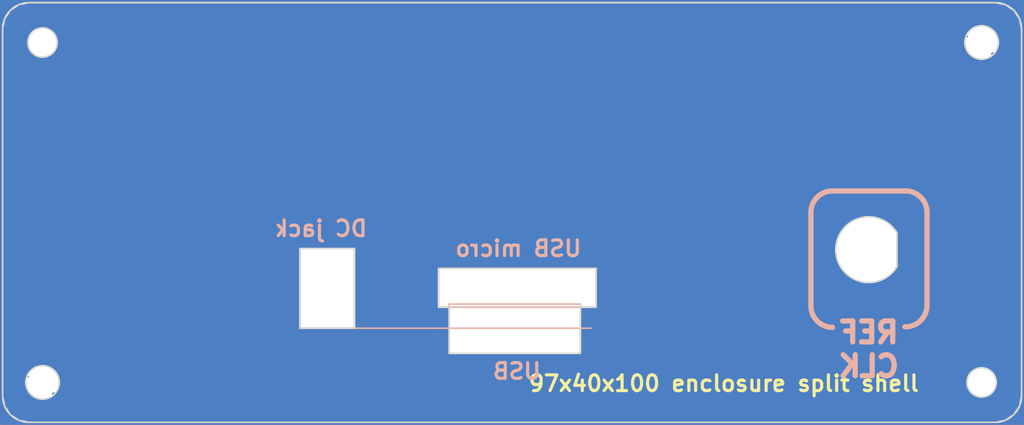
<source format=kicad_pcb>
(kicad_pcb (version 4) (host pcbnew no-bzr-kicad_new3d-viewer)
  (layers (0 F.Cu signal) (31 B.Cu signal) (34 B.Paste user) (35 F.Paste user) (36 B.SilkS user) (37 F.SilkS user) (38 B.Mask user) (39 F.Mask user) (44 Edge.Cuts user))
  (net 0 "")
  (module Ohisja:SMA_front_panel_12.5_antenna (layer B.Cu) (at 163.858348 82.279764 180)
    (fp_text reference REF**)
    (fp_text value 2)
    (fp_arc (start 0 0) (end -2.7 1.6) (angle -299.0257237) (layer Edge.Cuts) (width 0.15))
    (fp_line (start -2.7 1.6) (end -2.7 -1.6) (layer Edge.Cuts) (width 0.15))
  )
  (gr_line (start 114.9119 82.16034) (end 114.9119 89.76034) (layer Edge.Cuts) (width 0.15))
  (gr_line (start 109.7119 82.16034) (end 114.9119 82.16034) (layer Edge.Cuts) (width 0.15))
  (gr_line (start 109.7119 89.76034) (end 109.7119 82.16034) (layer Edge.Cuts) (width 0.15))
  (gr_line (start 114.9119 89.76034) (end 109.7119 89.76034) (layer Edge.Cuts) (width 0.15))
  (gr_line (start 136.4119 87.76034) (end 136.4119 92.16034) (layer Edge.Cuts) (width 0.15))
  (gr_line (start 137.9119 87.76034) (end 136.4119 87.76034) (layer Edge.Cuts) (width 0.15))
  (gr_line (start 137.9119 84.06034) (end 137.9119 87.76034) (layer Edge.Cuts) (width 0.15))
  (gr_line (start 122.9119 84.06034) (end 137.9119 84.06034) (layer Edge.Cuts) (width 0.15))
  (gr_line (start 122.9119 87.76034) (end 122.9119 84.06034) (layer Edge.Cuts) (width 0.15))
  (gr_line (start 123.9119 87.76034) (end 122.9119 87.76034) (layer Edge.Cuts) (width 0.15))
  (gr_line (start 123.9119 92.16034) (end 123.9119 87.76034) (layer Edge.Cuts) (width 0.15))
  (gr_line (start 136.4119 92.16034) (end 123.9119 92.16034) (layer Edge.Cuts) (width 0.15))
  (gr_line (start 114.9119 89.76034) (end 122.9119 89.76034) (layer B.SilkS) (width 0.15))
  (gr_text USB (at 130.3619 93.86034) (layer B.SilkS) (effects (font (size 1.5 1.5) (thickness 0.3)) (justify mirror)))
  (gr_line (start 123.9119 87.46034) (end 136.4119 87.46034) (layer B.SilkS) (width 0.15))
  (gr_line (start 123.9119 92.16034) (end 123.9119 87.46034) (layer B.SilkS) (width 0.15))
  (gr_line (start 136.4119 92.16034) (end 136.4119 87.46034) (layer B.SilkS) (width 0.15))
  (gr_line (start 123.9119 92.16034) (end 136.4119 92.16034) (layer B.SilkS) (width 0.15))
  (gr_line (start 122.9119 89.76034) (end 137.4119 89.76034) (layer B.SilkS) (width 0.15))
  (gr_text "DC jack" (at 111.7119 80.26034) (layer B.SilkS) (effects (font (size 1.5 1.5) (thickness 0.3)) (justify mirror)))
  (gr_line (start 109.7119 89.76034) (end 114.9119 89.76034) (layer B.SilkS) (width 0.15))
  (gr_line (start 109.7119 82.16034) (end 109.7119 89.76034) (layer B.SilkS) (width 0.15))
  (gr_line (start 114.9119 82.16034) (end 109.7119 82.16034) (layer B.SilkS) (width 0.15))
  (gr_line (start 114.9119 89.76034) (end 114.9119 82.16034) (layer B.SilkS) (width 0.15))
  (gr_text "USB micro" (at 130.5119 82.16034) (layer B.SilkS) (effects (font (size 1.5 1.5) (thickness 0.3)) (justify mirror)))
  (gr_line (start 122.9119 87.76034) (end 137.9119 87.76034) (layer B.SilkS) (width 0.15))
  (gr_line (start 122.9119 84.06034) (end 122.9119 87.76034) (layer B.SilkS) (width 0.15))
  (gr_line (start 137.9119 84.06034) (end 122.9119 84.06034) (layer B.SilkS) (width 0.15))
  (gr_line (start 137.9119 87.76034) (end 137.9119 84.06034) (layer B.SilkS) (width 0.15))
  (gr_arc (start 167.358348 78.729764) (end 169.408348 78.779764) (angle -91.39718103) (layer B.SilkS) (width 0.5))
  (gr_line (start 167.358348 76.679764) (end 160.458348 76.679764) (layer B.SilkS) (width 0.5))
  (gr_arc (start 160.408348 78.729764) (end 160.458348 76.679764) (angle -91.39718103) (layer B.SilkS) (width 0.5))
  (gr_text "97x40x100 enclosure split shell" (at 150.058348 95.029764) (layer F.SilkS) (effects (font (size 1.5 1.5) (thickness 0.3))))
  (gr_arc (start 160.408348 87.629154) (end 158.358348 87.579154) (angle -91.39718103) (layer B.SilkS) (width 0.5))
  (gr_line (start 158.358348 87.579764) (end 158.358348 78.729764) (layer B.SilkS) (width 0.5))
  (gr_line (start 169.408348 87.529764) (end 169.408348 78.779764) (layer B.SilkS) (width 0.5))
  (gr_arc (start 167.358348 87.579154) (end 167.308348 89.629154) (angle -91.39718103) (layer B.SilkS) (width 0.5))
  (gr_text "REF\nCLK" (at 163.858348 91.779764) (layer B.SilkS) (effects (font (size 2 2) (thickness 0.5)) (justify mirror)))
  (gr_circle (center 85.208348 94.929764) (end 83.608348 94.929764) (layer Edge.Cuts) (width 0.15))
  (gr_arc (start 83.908348 96.229764) (end 81.408348 96.229764) (angle -90) (layer Edge.Cuts) (width 0.15))
  (gr_circle (center 174.608348 94.929764) (end 174.608348 96.329764) (layer Edge.Cuts) (width 0.15))
  (gr_arc (start 175.908348 96.229764) (end 175.908348 98.729764) (angle -90) (layer Edge.Cuts) (width 0.15))
  (gr_circle (center 174.608348 62.529764) (end 176.208348 62.529764) (layer Edge.Cuts) (width 0.15))
  (gr_arc (start 175.908348 61.229764) (end 178.408348 61.229764) (angle -90) (layer Edge.Cuts) (width 0.15))
  (gr_arc (start 83.908348 61.229764) (end 83.908348 58.729764) (angle -90) (layer Edge.Cuts) (width 0.15))
  (gr_circle (center 85.208348 62.529764) (end 85.208348 61.129764) (layer Edge.Cuts) (width 0.15))
  (gr_line (start 81.408348 61.229764) (end 81.408348 96.229764) (layer Edge.Cuts) (width 0.15))
  (gr_line (start 178.408348 96.229764) (end 178.408348 61.229764) (layer Edge.Cuts) (width 0.15))
  (gr_line (start 175.908348 98.729764) (end 83.908348 98.729764) (layer Edge.Cuts) (width 0.15))
  (gr_line (start 175.908348 58.729764) (end 83.908348 58.729764) (layer Edge.Cuts) (width 0.15))
  (zone (net 0) (net_name "") (layer B.Cu) (connect_pads yes (clearance 0)) (min_thickness 0.1) (fill yes (mode segment) (arc_segments 16) (thermal_gap 0.508) (thermal_bridge_width 0.508))
    (polygon (pts (xy 178.658348 58.479764) (xy 81.158348 58.479764) (xy 81.158348 98.979764) (xy 178.658348 98.979764)))
  )
  (zone (net 0) (net_name "") (layer F.Cu) (connect_pads (clearance 0)) (min_thickness 0.1) (fill yes (arc_segments 16) (thermal_gap 0.508) (thermal_bridge_width 0.508))
    (polygon (pts (xy 178.658348 98.979764) (xy 81.158348 98.979764) (xy 81.158348 58.479764) (xy 178.658348 58.479764)))
  )
  (zone (net 0) (net_name "") (layer B.Cu) (connect_pads (clearance 0)) (min_thickness 0.254)
    (keepout (tracks allowed) (vias allowed) (copperpour not_allowed))
    (fill (arc_segments 16) (thermal_gap 0.508) (thermal_bridge_width 0.508))
    (polygon (pts (xy 166.558348 80.729764) (xy 166.558348 83.879764) (xy 166.108348 84.479764) (xy 165.508348 84.979764) (xy 164.658348 85.329764) (xy 163.608348 85.429764) (xy 162.658348 85.229764) (xy 161.808348 84.679764) (xy 161.258348 84.079764) (xy 160.858348 83.279764) (xy 160.708348 82.379764) (xy 160.808348 81.379764) (xy 161.308348 80.429764) (xy 162.158348 79.629764) (xy 163.308348 79.179764) (xy 164.508348 79.179764) (xy 165.458348 79.529764) (xy 166.158348 80.179764)))
  )
  (zone (net 0) (net_name "") (layer F.Cu) (connect_pads (clearance 0)) (min_thickness 0.254)
    (keepout (tracks allowed) (vias allowed) (copperpour not_allowed))
    (fill (arc_segments 16) (thermal_gap 0.508) (thermal_bridge_width 0.508))
    (polygon (pts (xy 166.558348 80.729764) (xy 166.558348 83.879764) (xy 166.108348 84.479764) (xy 165.508348 84.979764) (xy 164.658348 85.329764) (xy 163.608348 85.429764) (xy 162.658348 85.229764) (xy 161.808348 84.679764) (xy 161.258348 84.079764) (xy 160.858348 83.279764) (xy 160.708348 82.379764) (xy 160.808348 81.379764) (xy 161.308348 80.429764) (xy 162.158348 79.629764) (xy 163.308348 79.179764) (xy 164.508348 79.179764) (xy 165.458348 79.529764) (xy 166.158348 80.179764)))
  )
  (zone (net 0) (net_name "") (layer B.Cu) (connect_pads (clearance 0)) (min_thickness 0.254)
    (keepout (tracks allowed) (vias allowed) (copperpour not_allowed))
    (fill (arc_segments 16) (thermal_gap 0.508) (thermal_bridge_width 0.508))
    (polygon (pts (xy 176.058348 62.479764) (xy 175.958348 63.029764) (xy 175.658348 63.479764) (xy 175.258348 63.829764) (xy 174.608348 63.979764) (xy 173.958348 63.829764) (xy 173.558348 63.579764) (xy 173.258348 63.029764) (xy 173.158348 62.479764) (xy 173.308348 61.929764) (xy 173.558348 61.479764) (xy 174.108348 61.179764) (xy 174.608348 61.079764) (xy 175.158348 61.179764) (xy 175.608348 61.479764) (xy 175.958348 61.929764)))
  )
  (zone (net 0) (net_name "") (layer B.Cu) (connect_pads (clearance 0)) (min_thickness 0.254)
    (keepout (tracks allowed) (vias allowed) (copperpour not_allowed))
    (fill (arc_segments 16) (thermal_gap 0.508) (thermal_bridge_width 0.508))
    (polygon (pts (xy 176.058348 94.879764) (xy 175.958348 95.429764) (xy 175.658348 95.879764) (xy 175.258348 96.229764) (xy 174.608348 96.379764) (xy 173.958348 96.229764) (xy 173.558348 95.979764) (xy 173.258348 95.429764) (xy 173.158348 94.879764) (xy 173.308348 94.329764) (xy 173.558348 93.879764) (xy 174.108348 93.579764) (xy 174.608348 93.479764) (xy 175.158348 93.579764) (xy 175.608348 93.879764) (xy 175.958348 94.329764)))
  )
  (zone (net 0) (net_name "") (layer B.Cu) (connect_pads (clearance 0)) (min_thickness 0.254)
    (keepout (tracks allowed) (vias allowed) (copperpour not_allowed))
    (fill (arc_segments 16) (thermal_gap 0.508) (thermal_bridge_width 0.508))
    (polygon (pts (xy 86.658348 94.879764) (xy 86.558348 95.429764) (xy 86.258348 95.879764) (xy 85.858348 96.229764) (xy 85.208348 96.379764) (xy 84.558348 96.229764) (xy 84.158348 95.979764) (xy 83.858348 95.429764) (xy 83.758348 94.879764) (xy 83.908348 94.329764) (xy 84.158348 93.879764) (xy 84.708348 93.579764) (xy 85.208348 93.479764) (xy 85.758348 93.579764) (xy 86.208348 93.879764) (xy 86.558348 94.329764)))
  )
  (zone (net 0) (net_name "") (layer B.Cu) (connect_pads (clearance 0)) (min_thickness 0.254)
    (keepout (tracks allowed) (vias allowed) (copperpour not_allowed))
    (fill (arc_segments 16) (thermal_gap 0.508) (thermal_bridge_width 0.508))
    (polygon (pts (xy 86.658348 62.479764) (xy 86.558348 63.029764) (xy 86.258348 63.479764) (xy 85.858348 63.829764) (xy 85.208348 63.979764) (xy 84.558348 63.829764) (xy 84.158348 63.579764) (xy 83.858348 63.029764) (xy 83.758348 62.479764) (xy 83.908348 61.929764) (xy 84.158348 61.479764) (xy 84.708348 61.179764) (xy 85.208348 61.079764) (xy 85.758348 61.179764) (xy 86.208348 61.479764) (xy 86.558348 61.929764)))
  )
  (zone (net 0) (net_name "") (layer F.Cu) (connect_pads (clearance 0)) (min_thickness 0.254)
    (keepout (tracks allowed) (vias allowed) (copperpour not_allowed))
    (fill (arc_segments 16) (thermal_gap 0.508) (thermal_bridge_width 0.508))
    (polygon (pts (xy 176.058348 62.479764) (xy 175.958348 63.029764) (xy 175.658348 63.479764) (xy 175.258348 63.829764) (xy 174.608348 63.979764) (xy 173.958348 63.829764) (xy 173.558348 63.579764) (xy 173.258348 63.029764) (xy 173.158348 62.479764) (xy 173.308348 61.929764) (xy 173.558348 61.479764) (xy 174.108348 61.179764) (xy 174.608348 61.079764) (xy 175.158348 61.179764) (xy 175.608348 61.479764) (xy 175.958348 61.929764)))
  )
  (zone (net 0) (net_name "") (layer F.Cu) (connect_pads (clearance 0)) (min_thickness 0.254)
    (keepout (tracks allowed) (vias allowed) (copperpour not_allowed))
    (fill (arc_segments 16) (thermal_gap 0.508) (thermal_bridge_width 0.508))
    (polygon (pts (xy 176.058348 94.879764) (xy 175.958348 95.429764) (xy 175.658348 95.879764) (xy 175.258348 96.229764) (xy 174.608348 96.379764) (xy 173.958348 96.229764) (xy 173.558348 95.979764) (xy 173.258348 95.429764) (xy 173.158348 94.879764) (xy 173.308348 94.329764) (xy 173.558348 93.879764) (xy 174.108348 93.579764) (xy 174.608348 93.479764) (xy 175.158348 93.579764) (xy 175.608348 93.879764) (xy 175.958348 94.329764)))
  )
  (zone (net 0) (net_name "") (layer F.Cu) (connect_pads (clearance 0)) (min_thickness 0.254)
    (keepout (tracks allowed) (vias allowed) (copperpour not_allowed))
    (fill (arc_segments 16) (thermal_gap 0.508) (thermal_bridge_width 0.508))
    (polygon (pts (xy 86.658348 94.879764) (xy 86.558348 95.429764) (xy 86.258348 95.879764) (xy 85.858348 96.229764) (xy 85.208348 96.379764) (xy 84.558348 96.229764) (xy 84.158348 95.979764) (xy 83.858348 95.429764) (xy 83.758348 94.879764) (xy 83.908348 94.329764) (xy 84.158348 93.879764) (xy 84.708348 93.579764) (xy 85.208348 93.479764) (xy 85.758348 93.579764) (xy 86.208348 93.879764) (xy 86.558348 94.329764)))
  )
  (zone (net 0) (net_name "") (layer F.Cu) (connect_pads (clearance 0)) (min_thickness 0.254)
    (keepout (tracks allowed) (vias allowed) (copperpour not_allowed))
    (fill (arc_segments 16) (thermal_gap 0.508) (thermal_bridge_width 0.508))
    (polygon (pts (xy 86.658348 62.479764) (xy 86.558348 63.029764) (xy 86.258348 63.479764) (xy 85.858348 63.829764) (xy 85.208348 63.979764) (xy 84.558348 63.829764) (xy 84.158348 63.579764) (xy 83.858348 63.029764) (xy 83.758348 62.479764) (xy 83.908348 61.929764) (xy 84.158348 61.479764) (xy 84.708348 61.179764) (xy 85.208348 61.079764) (xy 85.758348 61.179764) (xy 86.208348 61.479764) (xy 86.558348 61.929764)))
  )
  (zone (net 0) (net_name "") (layer B.Cu) (connect_pads (clearance 0)) (min_thickness 0.254)
    (keepout (tracks allowed) (vias allowed) (copperpour not_allowed))
    (fill (arc_segments 16) (thermal_gap 0.508) (thermal_bridge_width 0.508))
    (polygon (pts (xy 137.9119 84.06034) (xy 137.9119 87.76034) (xy 136.4119 87.76034) (xy 136.4119 92.16034) (xy 123.9119 92.16034) (xy 123.9119 87.76034) (xy 122.9119 87.76034) (xy 122.9119 84.06034)))
  )
  (zone (net 0) (net_name "") (layer F.Cu) (connect_pads (clearance 0)) (min_thickness 0.254)
    (keepout (tracks allowed) (vias allowed) (copperpour not_allowed))
    (fill (arc_segments 16) (thermal_gap 0.508) (thermal_bridge_width 0.508))
    (polygon (pts (xy 137.9119 84.06034) (xy 137.9119 87.76034) (xy 136.4119 87.76034) (xy 136.4119 92.16034) (xy 123.9119 92.16034) (xy 123.9119 87.76034) (xy 122.9119 87.76034) (xy 122.9119 84.06034)))
  )
  (zone (net 0) (net_name "") (layer B.Cu) (connect_pads (clearance 0)) (min_thickness 0.254)
    (keepout (tracks allowed) (vias allowed) (copperpour not_allowed))
    (fill (arc_segments 16) (thermal_gap 0.508) (thermal_bridge_width 0.508))
    (polygon (pts (xy 114.9119 82.16034) (xy 114.9119 89.71034) (xy 109.7119 89.71034) (xy 109.7119 82.16034)))
  )
  (zone (net 0) (net_name "") (layer F.Cu) (connect_pads (clearance 0)) (min_thickness 0.254)
    (keepout (tracks allowed) (vias allowed) (copperpour not_allowed))
    (fill (arc_segments 16) (thermal_gap 0.508) (thermal_bridge_width 0.508))
    (polygon (pts (xy 114.930807 82.16034) (xy 114.930807 89.71034) (xy 109.730807 89.71034) (xy 109.730807 82.16034)))
  )
)
</source>
